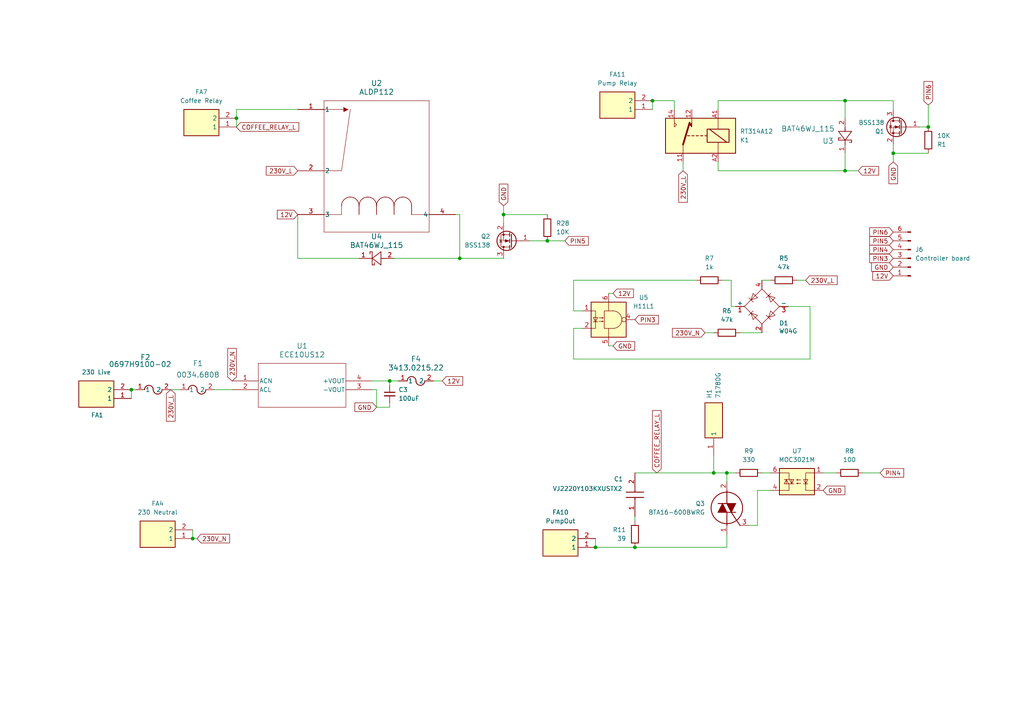
<source format=kicad_sch>
(kicad_sch (version 20250114) (generator "eeschema") (generator_version "9.0")
  (paper "A4")
  (lib_symbols
    (symbol "0034-6808:0034.6808" (pin_names (offset 0.254))
      (property "Reference" "F" (at 5.08 3.175 0))
      (property "Value" "0034.6808" (at 5.08 -3.175 0))
      (symbol "0034.6808_1_1"
        (arc (start 2.54 0) (mid 3.81 1.2645) (end 5.08 0) (stroke (width 0.254)))
        (arc (start 7.62 0) (mid 6.35 -1.2645) (end 5.08 0) (stroke (width 0.254)))
        (pin unspecified line (at 0 0 0) (length 2.54) (name "1") (number "1"))
        (pin unspecified line (at 10.16 0 180) (length 2.54) (name "2") (number "2"))
      )
      (symbol "0034.6808_1_2"
        (arc (start 0 7.62) (mid 1.2645 6.35) (end 0 5.08) (stroke (width 0.254)))
        (arc (start 0 2.54) (mid -1.2645 3.81) (end 0 5.08) (stroke (width 0.254)))
        (pin unspecified line (at 0 10.16 270) (length 2.54) (name "2") (number "2"))
        (pin unspecified line (at 0 0 90) (length 2.54) (name "1") (number "1"))
      )
    )
    (symbol "0697H9100-02:0697H9100-02" (pin_names (offset 0.254))
      (property "Reference" "F" (at 5.08 3.175 0))
      (property "Value" "0697H9100-02" (at 5.08 -3.175 0))
      (symbol "0697H9100-02_1_1"
        (arc (start 2.54 0) (mid 3.81 1.2645) (end 5.08 0) (stroke (width 0.254)))
        (arc (start 7.62 0) (mid 6.35 -1.2645) (end 5.08 0) (stroke (width 0.254)))
        (pin unspecified line (at 0 0 0) (length 2.54) (name "1") (number "1"))
        (pin unspecified line (at 10.16 0 180) (length 2.54) (name "2") (number "2"))
      )
      (symbol "0697H9100-02_1_2"
        (arc (start 0 7.62) (mid 1.2645 6.35) (end 0 5.08) (stroke (width 0.254)))
        (arc (start 0 2.54) (mid -1.2645 3.81) (end 0 5.08) (stroke (width 0.254)))
        (pin unspecified line (at 0 10.16 270) (length 2.54) (name "2") (number "2"))
        (pin unspecified line (at 0 0 90) (length 2.54) (name "1") (number "1"))
      )
    )
    (symbol "160650-2:160650-2"
      (property "Reference" "J" (at 16.51 7.62 0))
      (property "Value" "160650-2" (at 16.51 5.08 0))
      (symbol "160650-2_1_1"
        (rectangle (start 5.08 2.54) (end 15.24 -5.08) (stroke (width 0.254)) (fill (type background)))
        (pin passive line (at 0 0 0) (length 5.08) (name "1") (number "1"))
        (pin passive line (at 0 -2.54 0) (length 5.08) (name "2") (number "2"))
      )
    )
    (symbol "3413-0215-22:3413.0215.22" (pin_names (offset 0.254))
      (property "Reference" "F" (at 5.08 3.175 0))
      (property "Value" "3413.0215.22" (at 5.08 -3.175 0))
      (symbol "3413.0215.22_1_1"
        (arc (start 2.54 0) (mid 3.81 1.2645) (end 5.08 0) (stroke (width 0.254)))
        (arc (start 7.62 0) (mid 6.35 -1.2645) (end 5.08 0) (stroke (width 0.254)))
        (pin unspecified line (at 0 0 0) (length 2.54) (name "1") (number "1"))
        (pin unspecified line (at 10.16 0 180) (length 2.54) (name "2") (number "2"))
      )
      (symbol "3413.0215.22_1_2"
        (arc (start 0 7.62) (mid 1.2645 6.35) (end 0 5.08) (stroke (width 0.254)))
        (arc (start 0 2.54) (mid -1.2645 3.81) (end 0 5.08) (stroke (width 0.254)))
        (pin unspecified line (at 0 10.16 270) (length 2.54) (name "2") (number "2"))
        (pin unspecified line (at 0 0 90) (length 2.54) (name "1") (number "1"))
      )
    )
    (symbol "7178DG:7178DG"
      (property "Reference" "H" (at 16.51 7.62 0))
      (property "Value" "7178DG" (at 16.51 5.08 0))
      (symbol "7178DG_1_1"
        (rectangle (start 5.08 2.54) (end 15.24 -2.54) (stroke (width 0.254)) (fill (type background)))
        (pin passive line (at 0 0 0) (length 5.08) (name "1") (number "1"))
      )
    )
    (symbol "ALDP112:ALDP112" (pin_names (offset 0.254))
      (property "Reference" "U" (at 22.86 12.7 0))
      (property "Value" "ALDP112" (at 22.86 7.62 0))
      (symbol "ALDP112_0_1"
        (polyline (pts (xy 7.62 2.54) (xy 7.62 -35.56)) (stroke (width 0.127)))
        (polyline (pts (xy 7.62 0) (xy 12.7 0)) (stroke (width 0.127)))
        (polyline (pts (xy 7.62 -35.56) (xy 38.1 -35.56)) (stroke (width 0.127)))
        (polyline (pts (xy 12.7 0) (xy 13.9689 -0.0056)) (stroke (width 0.127)))
        (polyline (pts (xy 12.7 -17.78) (xy 7.62 -17.78)) (stroke (width 0.127)))
        (polyline (pts (xy 12.7 -17.78) (xy 15.24 0)) (stroke (width 0.127)))
        (polyline (pts (xy 12.7 -27.94) (xy 12.7 -30.48)) (stroke (width 0.127)))
        (polyline (pts (xy 12.7 -30.48) (xy 7.62 -30.48)) (stroke (width 0.127)))
        (polyline (pts (xy 13.335 0.635) (xy 13.335 -0.635) (xy 14.605 0)) (fill (type outline)))
        (arc (start 12.7 -27.94) (mid 15.24 -25.411) (end 17.78 -27.94) (stroke (width 0.127)))
        (arc (start 12.7 -27.94) (mid 15.24 -25.411) (end 17.78 -27.94) (stroke (width 0.127)))
        (polyline (pts (xy 17.78 -27.94) (xy 17.78 -30.48)) (stroke (width 0.127)))
        (polyline (pts (xy 17.78 -27.94) (xy 17.78 -30.48)) (stroke (width 0.127)))
        (arc (start 17.78 -27.94) (mid 20.32 -25.411) (end 22.86 -27.94) (stroke (width 0.127)))
        (arc (start 17.78 -27.94) (mid 20.32 -25.411) (end 22.86 -27.94) (stroke (width 0.127)))
        (polyline (pts (xy 22.86 -27.94) (xy 22.86 -30.48)) (stroke (width 0.127)))
        (polyline (pts (xy 22.86 -27.94) (xy 22.86 -30.48)) (stroke (width 0.127)))
        (arc (start 22.86 -27.94) (mid 25.4 -25.411) (end 27.94 -27.94) (stroke (width 0.127)))
        (arc (start 22.86 -27.94) (mid 25.4 -25.411) (end 27.94 -27.94) (stroke (width 0.127)))
        (polyline (pts (xy 27.94 -27.94) (xy 27.94 -30.48)) (stroke (width 0.127)))
        (polyline (pts (xy 27.94 -27.94) (xy 27.94 -30.48)) (stroke (width 0.127)))
        (arc (start 27.94 -27.94) (mid 30.48 -25.411) (end 33.02 -27.94) (stroke (width 0.127)))
        (arc (start 27.94 -27.94) (mid 30.48 -25.411) (end 33.02 -27.94) (stroke (width 0.127)))
        (polyline (pts (xy 33.02 -27.94) (xy 33.02 -30.48)) (stroke (width 0.127)))
        (polyline (pts (xy 33.02 -27.94) (xy 33.02 -30.48)) (stroke (width 0.127)))
        (polyline (pts (xy 38.1 2.54) (xy 7.62 2.54)) (stroke (width 0.127)))
        (polyline (pts (xy 38.1 -30.48) (xy 33.02 -30.48)) (stroke (width 0.127)))
        (polyline (pts (xy 38.1 -35.56) (xy 38.1 2.54)) (stroke (width 0.127)))
        (pin unspecified line (at 0 0 0) (length 7.62) (name "1") (number "1"))
        (pin unspecified line (at 0 -17.78 0) (length 7.62) (name "2") (number "2"))
        (pin unspecified line (at 0 -30.48 0) (length 7.62) (name "3") (number "3"))
        (pin unspecified line (at 45.72 -30.48 180) (length 7.62) (name "4") (number "4"))
      )
    )
    (symbol "BAT16-600b:BTA16-600BWRG" (pin_names (hide yes))
      (property "Reference" "Q" (at 13.97 -2.54 0))
      (property "Value" "BTA16-600BWRG" (at 13.97 -5.08 0))
      (symbol "BTA16-600BWRG_1_1"
        (polyline (pts (xy 6.35 0) (xy 2.54 0)) (stroke (width 0.254)))
        (polyline (pts (xy 6.35 0) (xy 6.35 2.54)) (stroke (width 0.254)))
        (polyline (pts (xy 6.35 -2.54) (xy 6.35 0) (xy 8.89 -1.27) (xy 6.35 -2.54)) (stroke (width 0.254)) (fill (type outline)))
        (circle (center 7.62 0) (radius 4.572) (stroke (width 0.254)))
        (polyline (pts (xy 8.89 2.54) (xy 8.89 0) (xy 6.35 1.27) (xy 8.89 2.54)) (stroke (width 0.254)) (fill (type outline)))
        (polyline (pts (xy 8.89 0) (xy 8.89 -2.54)) (stroke (width 0.254)))
        (polyline (pts (xy 8.89 0) (xy 12.7 0)) (stroke (width 0.254)))
        (polyline (pts (xy 8.89 -1.27) (xy 12.7 -3.81)) (stroke (width 0.254)))
        (pin passive line (at 0 0 0) (length 2.54) (name "A2") (number "2"))
        (pin passive line (at 12.7 -6.35 90) (length 2.54) (name "G") (number "3"))
        (pin passive line (at 15.24 0 180) (length 2.54) (name "A1") (number "1"))
      )
    )
    (symbol "BAT46WJ-115:BAT46WJ_115" (pin_names (offset 0.254))
      (property "Reference" "U" (at 5.08 4.445 0))
      (property "Value" "BAT46WJ_115" (at 5.08 -3.81 0))
      (symbol "BAT46WJ_115_1_1"
        (polyline (pts (xy 2.54 0) (xy 3.4798 0)) (stroke (width 0.2032)))
        (polyline (pts (xy 3.175 0) (xy 3.81 0)) (stroke (width 0.2032)))
        (polyline (pts (xy 3.81 1.905) (xy 3.81 -1.905)) (stroke (width 0.2032)))
        (polyline (pts (xy 3.81 -1.905) (xy 6.35 0)) (stroke (width 0.2032)))
        (polyline (pts (xy 5.715 1.905) (xy 5.715 1.27)) (stroke (width 0.2032)))
        (polyline (pts (xy 5.715 1.905) (xy 6.35 1.905)) (stroke (width 0.2032)))
        (polyline (pts (xy 6.35 0) (xy 3.81 1.905)) (stroke (width 0.2032)))
        (polyline (pts (xy 6.35 0) (xy 7.62 0)) (stroke (width 0.2032)))
        (polyline (pts (xy 6.35 -1.905) (xy 6.35 1.905)) (stroke (width 0.2032)))
        (polyline (pts (xy 6.985 -1.905) (xy 6.35 -1.905)) (stroke (width 0.2032)))
        (polyline (pts (xy 6.985 -1.905) (xy 6.985 -1.27)) (stroke (width 0.2032)))
        (pin unspecified line (at 0 0 0) (length 2.54) (name "") (number "2"))
        (pin unspecified line (at 10.16 0 180) (length 2.54) (name "") (number "1"))
      )
      (symbol "BAT46WJ_115_1_2"
        (polyline (pts (xy -1.905 6.35) (xy -1.905 5.715)) (stroke (width 0.2032)))
        (polyline (pts (xy -1.905 5.715) (xy -1.5875 5.715)) (stroke (width 0.2032)))
        (polyline (pts (xy -1.905 3.81) (xy 1.905 3.81)) (stroke (width 0.2032)))
        (polyline (pts (xy 0 6.35) (xy -1.905 3.81)) (stroke (width 0.2032)))
        (polyline (pts (xy 0 6.35) (xy 0 7.62)) (stroke (width 0.2032)))
        (polyline (pts (xy 0 3.175) (xy 0 3.81)) (stroke (width 0.2032)))
        (polyline (pts (xy 0 2.54) (xy 0 3.4798)) (stroke (width 0.2032)))
        (polyline (pts (xy 1.905 6.985) (xy 1.5875 6.985)) (stroke (width 0.2032)))
        (polyline (pts (xy 1.905 6.35) (xy -1.905 6.35)) (stroke (width 0.2032)))
        (polyline (pts (xy 1.905 6.35) (xy 1.905 6.985)) (stroke (width 0.2032)))
        (polyline (pts (xy 1.905 3.81) (xy 0 6.35)) (stroke (width 0.2032)))
        (pin unspecified line (at 0 10.16 270) (length 2.54) (name "") (number "1"))
        (pin unspecified line (at 0 0 90) (length 2.54) (name "") (number "2"))
      )
    )
    (symbol "Connector:Conn_01x06_Pin" (pin_names (offset 1.016) (hide yes))
      (property "Reference" "J" (at 0 7.62 0))
      (property "Value" "Conn_01x06_Pin" (at 0 -10.16 0))
      (symbol "Conn_01x06_Pin_1_1"
        (rectangle (start 0.8636 5.207) (end 0 4.953) (stroke (width 0.1524)) (fill (type outline)))
        (rectangle (start 0.8636 2.667) (end 0 2.413) (stroke (width 0.1524)) (fill (type outline)))
        (rectangle (start 0.8636 0.127) (end 0 -0.127) (stroke (width 0.1524)) (fill (type outline)))
        (rectangle (start 0.8636 -2.413) (end 0 -2.667) (stroke (width 0.1524)) (fill (type outline)))
        (rectangle (start 0.8636 -4.953) (end 0 -5.207) (stroke (width 0.1524)) (fill (type outline)))
        (rectangle (start 0.8636 -7.493) (end 0 -7.747) (stroke (width 0.1524)) (fill (type outline)))
        (polyline (pts (xy 1.27 5.08) (xy 0.8636 5.08)) (stroke (width 0.1524)))
        (polyline (pts (xy 1.27 2.54) (xy 0.8636 2.54)) (stroke (width 0.1524)))
        (polyline (pts (xy 1.27 0) (xy 0.8636 0)) (stroke (width 0.1524)))
        (polyline (pts (xy 1.27 -2.54) (xy 0.8636 -2.54)) (stroke (width 0.1524)))
        (polyline (pts (xy 1.27 -5.08) (xy 0.8636 -5.08)) (stroke (width 0.1524)))
        (polyline (pts (xy 1.27 -7.62) (xy 0.8636 -7.62)) (stroke (width 0.1524)))
        (pin passive line (at 5.08 5.08 180) (length 3.81) (name "Pin_1") (number "1"))
        (pin passive line (at 5.08 2.54 180) (length 3.81) (name "Pin_2") (number "2"))
        (pin passive line (at 5.08 0 180) (length 3.81) (name "Pin_3") (number "3"))
        (pin passive line (at 5.08 -2.54 180) (length 3.81) (name "Pin_4") (number "4"))
        (pin passive line (at 5.08 -5.08 180) (length 3.81) (name "Pin_5") (number "5"))
        (pin passive line (at 5.08 -7.62 180) (length 3.81) (name "Pin_6") (number "6"))
      )
    )
    (symbol "Device:C_Small" (pin_numbers (hide yes)) (pin_names (offset 0.254) (hide yes))
      (property "Reference" "C" (at 0.254 1.778 0))
      (property "Value" "C_Small" (at 0.254 -2.032 0))
      (symbol "C_Small_0_1"
        (polyline (pts (xy -1.524 0.508) (xy 1.524 0.508)) (stroke (width 0.3048)))
        (polyline (pts (xy -1.524 -0.508) (xy 1.524 -0.508)) (stroke (width 0.3302)))
      )
      (symbol "C_Small_1_1"
        (pin passive line (at 0 2.54 270) (length 2.032) (name "~") (number "1"))
        (pin passive line (at 0 -2.54 90) (length 2.032) (name "~") (number "2"))
      )
    )
    (symbol "Device:R" (pin_numbers (hide yes)) (pin_names (offset 0))
      (property "Reference" "R" (at 2.032 0 90))
      (property "Value" "R" (at 0 0 90))
      (symbol "R_0_1"
        (rectangle (start -1.016 -2.54) (end 1.016 2.54) (stroke (width 0.254)))
      )
      (symbol "R_1_1"
        (pin passive line (at 0 3.81 270) (length 1.27) (name "~") (number "1"))
        (pin passive line (at 0 -3.81 90) (length 1.27) (name "~") (number "2"))
      )
    )
    (symbol "Diode_Bridge:W04G" (pin_names (offset 0))
      (property "Reference" "D" (at 2.54 6.985 0))
      (property "Value" "W04G" (at 2.54 5.08 0))
      (symbol "W04G_0_1"
        (polyline (pts (xy -5.08 0) (xy 0 -5.08) (xy 5.08 0) (xy 0 5.08) (xy -5.08 0)))
        (polyline (pts (xy -3.81 2.54) (xy -2.54 1.27) (xy -1.905 3.175) (xy -3.81 2.54)))
        (polyline (pts (xy -2.54 3.81) (xy -1.27 2.54)))
        (polyline (pts (xy -2.54 -1.27) (xy -3.81 -2.54) (xy -1.905 -3.175) (xy -2.54 -1.27)))
        (polyline (pts (xy -1.27 -2.54) (xy -2.54 -3.81)))
        (polyline (pts (xy 1.27 2.54) (xy 2.54 3.81) (xy 3.175 1.905) (xy 1.27 2.54)))
        (polyline (pts (xy 2.54 1.27) (xy 3.81 2.54)))
        (polyline (pts (xy 2.54 -1.27) (xy 3.81 -2.54)))
        (polyline (pts (xy 3.175 -1.905) (xy 1.27 -2.54) (xy 2.54 -3.81) (xy 3.175 -1.905)))
      )
      (symbol "W04G_1_1"
        (pin passive line (at -7.62 0 0) (length 2.54) (name "-") (number "3"))
        (pin passive line (at 0 7.62 270) (length 2.54) (name "~") (number "4"))
        (pin passive line (at 0 -7.62 90) (length 2.54) (name "~") (number "2"))
        (pin passive line (at 7.62 0 180) (length 2.54) (name "+") (number "1"))
      )
    )
    (symbol "ECE10US:ECE10US05" (pin_names (offset 0.254))
      (property "Reference" "U" (at 20.32 10.16 0))
      (property "Value" "ECE10US05" (at 20.32 7.62 0))
      (symbol "ECE10US05_0_1"
        (polyline (pts (xy 7.62 5.08) (xy 7.62 -7.62)) (stroke (width 0.127)))
        (polyline (pts (xy 7.62 -7.62) (xy 33.02 -7.62)) (stroke (width 0.127)))
        (polyline (pts (xy 33.02 5.08) (xy 7.62 5.08)) (stroke (width 0.127)))
        (polyline (pts (xy 33.02 -7.62) (xy 33.02 5.08)) (stroke (width 0.127)))
        (pin unspecified line (at 0 0 0) (length 7.62) (name "ACN") (number "1"))
        (pin unspecified line (at 0 -2.54 0) (length 7.62) (name "ACL") (number "2"))
        (pin output line (at 40.64 0 180) (length 7.62) (name "+VOUT") (number "4"))
        (pin output line (at 40.64 -2.54 180) (length 7.62) (name "-VOUT") (number "3"))
      )
    )
    (symbol "Isolator:H11L1" (pin_names (offset 1.016))
      (property "Reference" "U" (at 1.27 8.89 0))
      (property "Value" "H11L1" (at 1.27 6.35 0))
      (symbol "H11L1_0_1"
        (rectangle (start -5.08 5.08) (end 5.08 -5.08) (stroke (width 0.254)) (fill (type background)))
        (polyline (pts (xy -5.08 -2.54) (xy -3.81 -2.54) (xy -3.81 2.54) (xy -5.08 2.54)))
        (polyline (pts (xy -4.445 -0.635) (xy -3.175 -0.635)))
        (polyline (pts (xy -3.81 -0.635) (xy -4.445 0.635) (xy -3.175 0.635) (xy -3.81 -0.635)))
        (polyline (pts (xy -2.794 0.508) (xy -1.524 0.508) (xy -1.905 0.381) (xy -1.905 0.635) (xy -1.524 0.508)))
        (polyline (pts (xy -2.794 -0.508) (xy -1.524 -0.508) (xy -1.905 -0.635) (xy -1.905 -0.381) (xy -1.524 -0.508)))
        (polyline (pts (xy 0 2.54) (xy 0 5.08)))
        (polyline (pts (xy 0 -2.54) (xy 0 -5.08) (xy 0 -3.81)))
        (arc (start 1.27 2.54) (mid 3.799 0) (end 1.27 -2.54))
        (polyline (pts (xy 1.27 -2.54) (xy -1.27 -2.54) (xy -1.27 2.54) (xy 1.27 2.54)))
      )
      (symbol "H11L1_1_1"
        (pin passive line (at -7.62 2.54 0) (length 2.54) (name "~") (number "1"))
        (pin passive line (at -7.62 -2.54 0) (length 2.54) (name "~") (number "2"))
        (pin no_connect line (at -5.08 0 0) (length 2.54) (hide yes) (name "~") (number "3"))
        (pin power_in line (at 0 7.62 270) (length 2.54) (name "~") (number "6"))
        (pin power_in line (at 0 -7.62 90) (length 2.54) (name "~") (number "5"))
        (pin output inverted (at 7.62 0 180) (length 3.81) (name "~") (number "4"))
      )
    )
    (symbol "Relay:RT314A12"
      (property "Reference" "K" (at 11.43 3.81 0))
      (property "Value" "RT314A12" (at 11.43 1.27 0))
      (symbol "RT314A12_0_0"
        (polyline (pts (xy -2.54 1.905) (xy -7.62 -1.905)) (stroke (width 0.254)))
      )
      (symbol "RT314A12_0_1"
        (rectangle (start -10.16 5.08) (end 10.16 -5.08) (stroke (width 0.254)) (fill (type background)))
        (rectangle (start -8.255 1.905) (end -1.905 -1.905) (stroke (width 0.254)))
        (polyline (pts (xy -5.08 5.08) (xy -5.08 1.905)))
        (polyline (pts (xy -5.08 -5.08) (xy -5.08 -1.905)))
        (polyline (pts (xy -1.905 0) (xy -1.27 0)) (stroke (width 0.254)))
        (polyline (pts (xy -0.635 0) (xy 0 0)) (stroke (width 0.254)))
        (polyline (pts (xy 0.635 0) (xy 1.27 0)) (stroke (width 0.254)))
        (polyline (pts (xy 1.905 0) (xy 2.54 0)) (stroke (width 0.254)))
        (polyline (pts (xy 2.54 5.08) (xy 2.54 2.54) (xy 3.175 3.175) (xy 2.54 3.81)) (fill (type outline)))
        (polyline (pts (xy 3.175 0) (xy 3.81 0)) (stroke (width 0.254)))
        (polyline (pts (xy 5.08 -2.54) (xy 3.175 3.81)) (stroke (width 0.508)))
        (polyline (pts (xy 5.08 -2.54) (xy 5.08 -5.08)))
        (polyline (pts (xy 7.62 5.08) (xy 7.62 2.54) (xy 6.985 3.175) (xy 7.62 3.81)))
      )
      (symbol "RT314A12_1_1"
        (pin passive line (at -5.08 7.62 270) (length 2.54) (name "~") (number "A1"))
        (pin passive line (at -5.08 -7.62 90) (length 2.54) (name "~") (number "A2"))
        (pin passive line (at 2.54 7.62 270) (length 2.54) (name "~") (number "12"))
        (pin passive line (at 5.08 -7.62 90) (length 2.54) (name "~") (number "11"))
        (pin passive line (at 7.62 7.62 270) (length 2.54) (name "~") (number "14"))
      )
    )
    (symbol "Relay_SolidState:MOC3021M"
      (property "Reference" "U" (at -5.334 4.826 0))
      (property "Value" "MOC3021M" (at 0 5.08 0))
      (symbol "MOC3021M_0_1"
        (rectangle (start -5.08 3.81) (end 5.08 -3.81) (stroke (width 0.254)) (fill (type background)))
        (polyline (pts (xy -5.08 2.54) (xy -2.54 2.54) (xy -2.54 -2.54) (xy -5.08 -2.54)))
        (polyline (pts (xy -3.175 -0.635) (xy -1.905 -0.635)))
        (polyline (pts (xy -2.54 -0.635) (xy -3.175 0.635) (xy -1.905 0.635) (xy -2.54 -0.635)))
        (polyline (pts (xy -1.143 0.508) (xy 0.127 0.508) (xy -0.254 0.381) (xy -0.254 0.635) (xy 0.127 0.508)))
        (polyline (pts (xy -1.143 -0.508) (xy 0.127 -0.508) (xy -0.254 -0.635) (xy -0.254 -0.381) (xy 0.127 -0.508)))
        (polyline (pts (xy 0.889 -0.635) (xy 3.683 -0.635) (xy 3.048 0.635) (xy 2.413 -0.635)))
        (polyline (pts (xy 1.524 -0.635) (xy 1.524 0.635)))
        (polyline (pts (xy 2.286 0.635) (xy 2.286 2.54) (xy 5.08 2.54)))
        (polyline (pts (xy 2.286 -0.635) (xy 2.286 -2.54) (xy 5.08 -2.54)))
        (polyline (pts (xy 3.048 0.635) (xy 3.048 -0.635)))
        (polyline (pts (xy 3.683 0.635) (xy 0.889 0.635) (xy 1.524 -0.635) (xy 2.159 0.635)))
      )
      (symbol "MOC3021M_1_1"
        (pin passive line (at -7.62 2.54 0) (length 2.54) (name "~") (number "1"))
        (pin passive line (at -7.62 -2.54 0) (length 2.54) (name "~") (number "2"))
        (pin no_connect line (at -5.08 0 0) (length 2.54) (hide yes) (name "NC") (number "3"))
        (pin no_connect line (at 5.08 0 180) (length 2.54) (hide yes) (name "NC") (number "5"))
        (pin passive line (at 7.62 2.54 180) (length 2.54) (name "~") (number "6"))
        (pin passive line (at 7.62 -2.54 180) (length 2.54) (name "~") (number "4"))
      )
    )
    (symbol "Transistor_FET:BSS138" (pin_names (offset 0) (hide yes))
      (property "Reference" "Q" (at 5.08 1.905 0))
      (property "Value" "BSS138" (at 5.08 0 0))
      (symbol "BSS138_0_1"
        (polyline (pts (xy 0.254 1.905) (xy 0.254 -1.905)) (stroke (width 0.254)))
        (polyline (pts (xy 0.254 0) (xy -2.54 0)))
        (polyline (pts (xy 0.762 2.286) (xy 0.762 1.27)) (stroke (width 0.254)))
        (polyline (pts (xy 0.762 0.508) (xy 0.762 -0.508)) (stroke (width 0.254)))
        (polyline (pts (xy 0.762 -1.27) (xy 0.762 -2.286)) (stroke (width 0.254)))
        (polyline (pts (xy 0.762 -1.778) (xy 3.302 -1.778) (xy 3.302 1.778) (xy 0.762 1.778)))
        (polyline (pts (xy 1.016 0) (xy 2.032 0.381) (xy 2.032 -0.381) (xy 1.016 0)) (fill (type outline)))
        (circle (center 1.651 0) (radius 2.794) (stroke (width 0.254)))
        (polyline (pts (xy 2.54 2.54) (xy 2.54 1.778)))
        (circle (center 2.54 1.778) (radius 0.254) (fill (type outline)))
        (circle (center 2.54 -1.778) (radius 0.254) (fill (type outline)))
        (polyline (pts (xy 2.54 -2.54) (xy 2.54 0) (xy 0.762 0)))
        (polyline (pts (xy 2.921 0.381) (xy 3.683 0.381)))
        (polyline (pts (xy 3.302 0.381) (xy 2.921 -0.254) (xy 3.683 -0.254) (xy 3.302 0.381)))
      )
      (symbol "BSS138_1_1"
        (pin input line (at -5.08 0 0) (length 2.54) (name "G") (number "1"))
        (pin passive line (at 2.54 5.08 270) (length 2.54) (name "D") (number "3"))
        (pin passive line (at 2.54 -5.08 90) (length 2.54) (name "S") (number "2"))
      )
    )
    (symbol "VJ2220Y103KXUSTX2:VJ2220Y103KXUSTX2" (pin_names (hide yes))
      (property "Reference" "C" (at 8.89 6.35 0))
      (property "Value" "VJ2220Y103KXUSTX2" (at 8.89 3.81 0))
      (symbol "VJ2220Y103KXUSTX2_1_1"
        (polyline (pts (xy 5.08 0) (xy 5.588 0)) (stroke (width 0.254)))
        (polyline (pts (xy 5.588 2.54) (xy 5.588 -2.54)) (stroke (width 0.254)))
        (polyline (pts (xy 7.112 2.54) (xy 7.112 -2.54)) (stroke (width 0.254)))
        (polyline (pts (xy 7.112 0) (xy 7.62 0)) (stroke (width 0.254)))
        (pin passive line (at 0 0 0) (length 5.08) (name "1") (number "1"))
        (pin passive line (at 12.7 0 180) (length 5.08) (name "2") (number "2"))
      )
    )
  )
  (junction (at 113.03 110.49))
  (junction (at 158.75 69.85))
  (junction (at 245.11 29.21))
  (junction (at 172.72 158.75))
  (junction (at 55.88 156.21))
  (junction (at 189.23 29.21))
  (junction (at 184.15 158.75))
  (junction (at 259.08 44.45))
  (junction (at 68.58 34.29))
  (junction (at 38.1 113.03))
  (junction (at 269.24 36.83))
  (junction (at 210.82 137.16))
  (junction (at 146.05 62.23))
  (junction (at 133.35 74.93))
  (junction (at 207.01 137.16))
  (junction (at 245.11 49.53))
  (wire (pts (xy 49.53 113.03) (xy 52.07 113.03)))
  (wire (pts (xy 217.17 152.4) (xy 219.71 152.4)))
  (wire (pts (xy 146.05 62.23) (xy 146.05 64.77)))
  (wire (pts (xy 133.35 74.93) (xy 133.35 62.23)))
  (wire (pts (xy 231.14 81.28) (xy 233.68 81.28)))
  (wire (pts (xy 250.19 137.16) (xy 255.27 137.16)))
  (wire (pts (xy 198.12 49.53) (xy 198.12 46.99)))
  (wire (pts (xy 245.11 29.21) (xy 208.28 29.21)))
  (wire (pts (xy 166.37 104.14) (xy 234.95 104.14)))
  (wire (pts (xy 114.3 74.93) (xy 133.35 74.93)))
  (wire (pts (xy 245.11 49.53) (xy 248.92 49.53)))
  (wire (pts (xy 245.11 34.29) (xy 245.11 29.21)))
  (wire (pts (xy 207.01 132.08) (xy 207.01 137.16)))
  (wire (pts (xy 113.03 118.11) (xy 113.03 116.84)))
  (wire (pts (xy 158.75 62.23) (xy 146.05 62.23)))
  (wire (pts (xy 177.8 100.33) (xy 176.53 100.33)))
  (wire (pts (xy 266.7 36.83) (xy 269.24 36.83)))
  (wire (pts (xy 184.15 158.75) (xy 210.82 158.75)))
  (wire (pts (xy 68.58 31.75) (xy 68.58 34.29)))
  (wire (pts (xy 234.95 88.9) (xy 228.6 88.9)))
  (wire (pts (xy 166.37 81.28) (xy 201.93 81.28)))
  (wire (pts (xy 219.71 152.4) (xy 219.71 142.24)))
  (wire (pts (xy 184.15 137.16) (xy 207.01 137.16)))
  (wire (pts (xy 259.08 44.45) (xy 259.08 41.91)))
  (wire (pts (xy 212.09 88.9) (xy 213.36 88.9)))
  (wire (pts (xy 128.27 110.49) (xy 125.73 110.49)))
  (wire (pts (xy 68.58 34.29) (xy 68.58 36.83)))
  (wire (pts (xy 166.37 90.17) (xy 168.91 90.17)))
  (wire (pts (xy 133.35 62.23) (xy 132.08 62.23)))
  (wire (pts (xy 259.08 46.99) (xy 259.08 44.45)))
  (wire (pts (xy 208.28 49.53) (xy 208.28 46.99)))
  (wire (pts (xy 210.82 137.16) (xy 210.82 139.7)))
  (wire (pts (xy 38.1 113.03) (xy 39.37 113.03)))
  (wire (pts (xy 172.72 158.75) (xy 184.15 158.75)))
  (wire (pts (xy 166.37 81.28) (xy 166.37 90.17)))
  (wire (pts (xy 204.47 96.52) (xy 207.01 96.52)))
  (wire (pts (xy 195.58 31.75) (xy 195.58 29.21)))
  (wire (pts (xy 153.67 69.85) (xy 158.75 69.85)))
  (wire (pts (xy 220.98 96.52) (xy 214.63 96.52)))
  (wire (pts (xy 113.03 110.49) (xy 113.03 111.76)))
  (wire (pts (xy 208.28 49.53) (xy 245.11 49.53)))
  (wire (pts (xy 223.52 81.28) (xy 220.98 81.28)))
  (wire (pts (xy 55.88 153.67) (xy 55.88 156.21)))
  (wire (pts (xy 146.05 74.93) (xy 133.35 74.93)))
  (wire (pts (xy 259.08 44.45) (xy 269.24 44.45)))
  (wire (pts (xy 176.53 85.09) (xy 177.8 85.09)))
  (wire (pts (xy 172.72 156.21) (xy 172.72 158.75)))
  (wire (pts (xy 38.1 113.03) (xy 38.1 115.57)))
  (wire (pts (xy 212.09 81.28) (xy 212.09 88.9)))
  (wire (pts (xy 166.37 95.25) (xy 166.37 104.14)))
  (wire (pts (xy 104.14 74.93) (xy 86.36 74.93)))
  (wire (pts (xy 189.23 29.21) (xy 189.23 31.75)))
  (wire (pts (xy 158.75 69.85) (xy 163.83 69.85)))
  (wire (pts (xy 208.28 29.21) (xy 208.28 31.75)))
  (wire (pts (xy 107.95 110.49) (xy 113.03 110.49)))
  (wire (pts (xy 210.82 137.16) (xy 213.36 137.16)))
  (wire (pts (xy 113.03 110.49) (xy 115.57 110.49)))
  (wire (pts (xy 109.22 118.11) (xy 113.03 118.11)))
  (wire (pts (xy 57.15 156.21) (xy 55.88 156.21)))
  (wire (pts (xy 166.37 95.25) (xy 168.91 95.25)))
  (wire (pts (xy 234.95 104.14) (xy 234.95 88.9)))
  (wire (pts (xy 109.22 113.03) (xy 107.95 113.03)))
  (wire (pts (xy 212.09 81.28) (xy 209.55 81.28)))
  (wire (pts (xy 259.08 29.21) (xy 245.11 29.21)))
  (wire (pts (xy 245.11 49.53) (xy 245.11 44.45)))
  (wire (pts (xy 86.36 31.75) (xy 68.58 31.75)))
  (wire (pts (xy 269.24 36.83) (xy 269.24 30.48)))
  (wire (pts (xy 86.36 74.93) (xy 86.36 62.23)))
  (wire (pts (xy 207.01 137.16) (xy 210.82 137.16)))
  (wire (pts (xy 219.71 142.24) (xy 223.52 142.24)))
  (wire (pts (xy 62.23 113.03) (xy 67.31 113.03)))
  (wire (pts (xy 184.15 149.86) (xy 184.15 151.13)))
  (wire (pts (xy 259.08 29.21) (xy 259.08 31.75)))
  (wire (pts (xy 109.22 118.11) (xy 109.22 113.03)))
  (wire (pts (xy 210.82 158.75) (xy 210.82 154.94)))
  (wire (pts (xy 189.23 29.21) (xy 195.58 29.21)))
  (wire (pts (xy 238.76 137.16) (xy 242.57 137.16)))
  (wire (pts (xy 146.05 59.69) (xy 146.05 62.23)))
  (wire (pts (xy 220.98 137.16) (xy 223.52 137.16)))
  (global_label "230V_L" (shape input) (at 49.53 113.03 270) (property "Intersheetrefs" "${INTERSHEET_REFS}" (effects (hide yes))))
  (global_label "12V" (shape input) (at 177.8 85.09 0) (property "Intersheetrefs" "${INTERSHEET_REFS}" (effects (hide yes))))
  (global_label "GND" (shape input) (at 177.8 100.33 0) (property "Intersheetrefs" "${INTERSHEET_REFS}" (effects (hide yes))))
  (global_label "12V" (shape input) (at 128.27 110.49 0) (property "Intersheetrefs" "${INTERSHEET_REFS}" (effects (hide yes))))
  (global_label "GND" (shape input) (at 259.08 46.99 270) (property "Intersheetrefs" "${INTERSHEET_REFS}" (effects (hide yes))))
  (global_label "12V" (shape input) (at 248.92 49.53 0) (property "Intersheetrefs" "${INTERSHEET_REFS}" (effects (hide yes))))
  (global_label "12V" (shape input) (at 259.08 80.01 180) (property "Intersheetrefs" "${INTERSHEET_REFS}" (effects (hide yes))))
  (global_label "GND" (shape input) (at 109.22 118.11 180) (property "Intersheetrefs" "${INTERSHEET_REFS}" (effects (hide yes))))
  (global_label "12V" (shape input) (at 86.36 62.23 180) (property "Intersheetrefs" "${INTERSHEET_REFS}" (effects (hide yes))))
  (global_label "230V_L" (shape input) (at 233.68 81.28 0) (property "Intersheetrefs" "${INTERSHEET_REFS}" (effects (hide yes))))
  (global_label "GND" (shape input) (at 238.76 142.24 0) (property "Intersheetrefs" "${INTERSHEET_REFS}" (effects (hide yes))))
  (global_label "PIN4" (shape input) (at 259.08 72.39 180) (property "Intersheetrefs" "${INTERSHEET_REFS}" (effects (hide yes))))
  (global_label "COFFEE_RELAY_L" (shape input) (at 190.5 137.16 90) (property "Intersheetrefs" "${INTERSHEET_REFS}" (effects (hide yes))))
  (global_label "GND" (shape input) (at 146.05 59.69 90) (property "Intersheetrefs" "${INTERSHEET_REFS}" (effects (hide yes))))
  (global_label "PIN6" (shape input) (at 269.24 30.48 90) (property "Intersheetrefs" "${INTERSHEET_REFS}" (effects (hide yes))))
  (global_label "COFFEE_RELAY_L" (shape input) (at 68.58 36.83 0) (property "Intersheetrefs" "${INTERSHEET_REFS}" (effects (hide yes))))
  (global_label "230V_N" (shape input) (at 204.47 96.52 180) (property "Intersheetrefs" "${INTERSHEET_REFS}" (effects (hide yes))))
  (global_label "PIN4" (shape input) (at 255.27 137.16 0) (property "Intersheetrefs" "${INTERSHEET_REFS}" (effects (hide yes))))
  (global_label "PIN5" (shape input) (at 163.83 69.85 0) (property "Intersheetrefs" "${INTERSHEET_REFS}" (effects (hide yes))))
  (global_label "PIN5" (shape input) (at 259.08 69.85 180) (property "Intersheetrefs" "${INTERSHEET_REFS}" (effects (hide yes))))
  (global_label "230V_N" (shape input) (at 57.15 156.21 0) (property "Intersheetrefs" "${INTERSHEET_REFS}" (effects (hide yes))))
  (global_label "GND" (shape input) (at 259.08 77.47 180) (property "Intersheetrefs" "${INTERSHEET_REFS}" (effects (hide yes))))
  (global_label "230V_L" (shape input) (at 86.36 49.53 180) (property "Intersheetrefs" "${INTERSHEET_REFS}" (effects (hide yes))))
  (global_label "PIN3" (shape input) (at 259.08 74.93 180) (property "Intersheetrefs" "${INTERSHEET_REFS}" (effects (hide yes))))
  (global_label "230V_N" (shape input) (at 67.31 110.49 90) (property "Intersheetrefs" "${INTERSHEET_REFS}" (effects (hide yes))))
  (global_label "PIN6" (shape input) (at 259.08 67.31 180) (property "Intersheetrefs" "${INTERSHEET_REFS}" (effects (hide yes))))
  (global_label "230V_L" (shape input) (at 198.12 49.53 270) (property "Intersheetrefs" "${INTERSHEET_REFS}" (effects (hide yes))))
  (global_label "PIN3" (shape input) (at 184.15 92.71 0) (property "Intersheetrefs" "${INTERSHEET_REFS}" (effects (hide yes))))
  (symbol (lib_id "Relay_SolidState:MOC3021M") (at 231.14 139.7 0) (mirror y) (unit 1)
    (property "Reference" "U7" (at 231.14 130.81 0))
    (property "Value" "MOC3021M" (at 231.14 133.35 0))
    (property "Footprint" "MOC3021M:PDIP6_BX_ONS" (effects (hide yes)))
    (property "Datasheet" "https://www.onsemi.com/pub/Collateral/MOC3023M-D.PDF" (effects (hide yes)))
    (property "Description" "Random Phase Opto-Triac, Vdrm 400V, Ift 15mA, DIP6" (effects (hide yes)))
  )
  (symbol (lib_id "Device:R") (at 227.33 81.28 270) (mirror x) (unit 1)
    (property "Reference" "R5" (at 227.33 74.93 90))
    (property "Value" "47k" (at 227.33 77.47 90))
    (property "Footprint" "Resistor_SMD:R_2010_5025Metric_Pad1.40x2.65mm_HandSolder" (effects (hide yes)))
    (property "Description" "Resistor" (effects (hide yes)))
  )
  (symbol (lib_id "Device:R") (at 246.38 137.16 270) (mirror x) (unit 1)
    (property "Reference" "R8" (at 246.38 130.81 90))
    (property "Value" "100" (at 246.38 133.35 90))
    (property "Footprint" "Resistor_SMD:R_0805_2012Metric_Pad1.20x1.40mm_HandSolder" (effects (hide yes)))
    (property "Description" "Resistor" (effects (hide yes)))
  )
  (symbol (lib_id "Device:R") (at 205.74 81.28 270) (mirror x) (unit 1)
    (property "Reference" "R7" (at 205.74 74.93 90))
    (property "Value" "1k" (at 205.74 77.47 90))
    (property "Footprint" "Resistor_SMD:R_0805_2012Metric_Pad1.20x1.40mm_HandSolder" (effects (hide yes)))
    (property "Description" "Resistor" (effects (hide yes)))
  )
  (symbol (lib_id "Relay:RT314A12") (at 203.2 39.37 0) (mirror y) (unit 1)
    (property "Reference" "K1" (at 214.63 40.6401 0) (effects (justify right)))
    (property "Value" "RT314A12" (at 214.63 38.1001 0) (effects (justify right)))
    (property "Footprint" "Relay_THT:Relay_SPDT_Schrack-RT1-16A-FormC_RM5mm" (effects (hide yes)))
    (property "Datasheet" "https://www.te.com/commerce/DocumentDelivery/DDEController?Action=srchrtrv&DocNm=RT1_bistable&DocType=DS&DocLang=English" (effects (hide yes)))
    (property "Description" "Schrack RT1 relay, bistable single pole dual throw, single DC coil, 12V" (effects (hide yes)))
  )
  (symbol (lib_id "160650-2:160650-2") (at 172.72 158.75 180) (unit 1)
    (property "Reference" "FA10" (at 162.56 148.59 0))
    (property "Value" "PumpOut" (at 162.56 151.13 0))
    (property "Footprint" "1606502" (effects (hide yes)))
    (property "Datasheet" "https://www.te.com/commerce/DocumentDelivery/DDEController?Action=showdoc&DocId=Customer+Drawing%7F160650%7FL2%7Fpdf%7FEnglish%7FENG_CD_160650_L2.pdf%7F160650-2" (effects (hide yes)))
    (property "Description" "PCB Terminals, Tab, Mating Tab Width .25 in [6.35 mm], PCB Hole Diameter 1.25 mm [.049 in], Through Hole - Solder, Tin Plating, Nickel, FASTON 250" (effects (hide yes)))
    (property "Height" "7.4" (effects (hide yes)))
    (property "Manufacturer_Name" "TE Connectivity" (effects (hide yes)))
    (property "Manufacturer_Part_Number" "160650-2" (effects (hide yes)))
    (property "Mouser Part Number" "571-160650-2" (effects (hide yes)))
    (property "Mouser Price/Stock" "https://www.mouser.co.uk/ProductDetail/TE-Connectivity-AMP/160650-2/?qs=9mV%252BJg5Lmf61m16yEhbhjw%3D%3D" (effects (hide yes)))
    (property "Arrow Part Number" "160650-2" (effects (hide yes)))
    (property "Arrow Price/Stock" "https://www.arrow.com/en/products/160650-2/te-connectivity" (effects (hide yes)))
  )
  (symbol (lib_id "Device:R") (at 217.17 137.16 270) (mirror x) (unit 1)
    (property "Reference" "R9" (at 217.17 130.81 90))
    (property "Value" "330" (at 217.17 133.35 90))
    (property "Footprint" "Resistor_SMD:R_2010_5025Metric_Pad1.40x2.65mm_HandSolder" (effects (hide yes)))
    (property "Description" "Resistor" (effects (hide yes)))
  )
  (symbol (lib_id "Transistor_FET:BSS138") (at 148.59 69.85 180) (unit 1)
    (property "Reference" "Q2" (at 142.24 68.5799 0) (effects (justify left)))
    (property "Value" "BSS138" (at 142.24 71.1199 0) (effects (justify left)))
    (property "Footprint" "Package_TO_SOT_SMD:SOT-23" (effects (hide yes)))
    (property "Datasheet" "https://www.onsemi.com/pub/Collateral/BSS138-D.PDF" (effects (hide yes)))
    (property "Description" "50V Vds, 0.22A Id, N-Channel MOSFET, SOT-23" (effects (hide yes)))
  )
  (symbol (lib_id "ALDP112:ALDP112") (at 86.36 31.75 0) (unit 1)
    (property "Reference" "U2" (at 109.22 24.13 0) (effects (font (size 1.524 1.524))))
    (property "Value" "ALDP112" (at 109.22 26.67 0) (effects (font (size 1.524 1.524))))
    (property "Footprint" "PAN_ALD_PAN" (effects (hide yes)))
    (property "Datasheet" "ALDP112" (effects (hide yes)))
  )
  (symbol (lib_id "Device:R") (at 210.82 96.52 270) (mirror x) (unit 1)
    (property "Reference" "R6" (at 210.82 90.17 90))
    (property "Value" "47k" (at 210.82 92.71 90))
    (property "Footprint" "Resistor_SMD:R_2010_5025Metric_Pad1.40x2.65mm_HandSolder" (effects (hide yes)))
    (property "Description" "Resistor" (effects (hide yes)))
  )
  (symbol (lib_id "0697H9100-02:0697H9100-02") (at 39.37 113.03 0) (unit 1)
    (property "Reference" "F2" (at 42.164 103.632 0) (effects (font (size 1.524 1.524))))
    (property "Value" "0697H9100-02" (at 40.64 105.664 0) (effects (font (size 1.524 1.524))))
    (property "Footprint" "0697_BEL" (effects (hide yes)))
    (property "Datasheet" "0697H9100-02" (effects (hide yes)))
  )
  (symbol (lib_id "Device:R") (at 269.24 40.64 0) (mirror x) (unit 1)
    (property "Reference" "R1" (at 271.78 41.9101 0) (effects (justify left)))
    (property "Value" "10K" (at 271.78 39.3701 0) (effects (justify left)))
    (property "Footprint" "Resistor_SMD:R_0805_2012Metric_Pad1.20x1.40mm_HandSolder" (effects (hide yes)))
    (property "Description" "Resistor" (effects (hide yes)))
  )
  (symbol (lib_id "Diode_Bridge:W04G") (at 220.98 88.9 0) (mirror y) (unit 1)
    (property "Reference" "D1" (at 227.33 93.726 0))
    (property "Value" "W04G" (at 228.6 96.012 0))
    (property "Footprint" "Diode_THT:Diode_Bridge_Round_D9.8mm" (effects (hide yes)))
    (property "Datasheet" "https://www.vishay.com/docs/88769/woo5g.pdf" (effects (hide yes)))
    (property "Description" "Glass Passivated Single-Phase Bridge Rectifier, 280V Vrms, 1.5A If, WOG package" (effects (hide yes)))
  )
  (symbol (lib_id "Device:R") (at 158.75 66.04 0) (unit 1)
    (property "Reference" "R28" (at 161.29 64.7699 0) (effects (justify left)))
    (property "Value" "10K" (at 161.29 67.3099 0) (effects (justify left)))
    (property "Footprint" "Resistor_SMD:R_0805_2012Metric_Pad1.20x1.40mm_HandSolder" (effects (hide yes)))
    (property "Description" "Resistor" (effects (hide yes)))
  )
  (symbol (lib_id "Isolator:H11L1") (at 176.53 92.71 0) (unit 1)
    (property "Reference" "U5" (at 186.69 86.2898 0))
    (property "Value" "H11L1" (at 186.69 88.8298 0))
    (property "Footprint" "h11l1:H11L1_ISO" (effects (hide yes)))
    (property "Datasheet" "https://www.onsemi.com/pub/Collateral/H11L3M-D.PDF" (effects (hide yes)))
    (property "Description" "Schmitt Trigger Output Optocoupler, High Speed, DIP-6, 1.6mA turn on threshold" (effects (hide yes)))
  )
  (symbol (lib_id "160650-2:160650-2") (at 38.1 115.57 180) (unit 1)
    (property "Reference" "FA1" (at 28.194 120.396 0))
    (property "Value" "230 Live" (at 27.94 107.95 0))
    (property "Footprint" "1606502" (effects (hide yes)))
    (property "Datasheet" "https://www.te.com/commerce/DocumentDelivery/DDEController?Action=showdoc&DocId=Customer+Drawing%7F160650%7FL2%7Fpdf%7FEnglish%7FENG_CD_160650_L2.pdf%7F160650-2" (effects (hide yes)))
    (property "Description" "PCB Terminals, Tab, Mating Tab Width .25 in [6.35 mm], PCB Hole Diameter 1.25 mm [.049 in], Through Hole - Solder, Tin Plating, Nickel, FASTON 250" (effects (hide yes)))
    (property "Height" "7.4" (effects (hide yes)))
    (property "Manufacturer_Name" "TE Connectivity" (effects (hide yes)))
    (property "Manufacturer_Part_Number" "160650-2" (effects (hide yes)))
    (property "Mouser Part Number" "571-160650-2" (effects (hide yes)))
    (property "Mouser Price/Stock" "https://www.mouser.co.uk/ProductDetail/TE-Connectivity-AMP/160650-2/?qs=9mV%252BJg5Lmf61m16yEhbhjw%3D%3D" (effects (hide yes)))
    (property "Arrow Part Number" "160650-2" (effects (hide yes)))
    (property "Arrow Price/Stock" "https://www.arrow.com/en/products/160650-2/te-connectivity" (effects (hide yes)))
  )
  (symbol (lib_id "Device:R") (at 184.15 154.94 0) (mirror x) (unit 1)
    (property "Reference" "R11" (at 181.61 153.6699 0) (effects (justify right)))
    (property "Value" "39" (at 181.61 156.2099 0) (effects (justify right)))
    (property "Footprint" "Resistor_SMD:R_2010_5025Metric_Pad1.40x2.65mm_HandSolder" (effects (hide yes)))
    (property "Description" "Resistor" (effects (hide yes)))
  )
  (symbol (lib_id "ECE10US:ECE10US05") (at 67.31 110.49 0) (unit 1)
    (property "Reference" "U1" (at 87.63 100.33 0) (effects (font (size 1.524 1.524))))
    (property "Value" "ECE10US12" (at 87.63 102.87 0) (effects (font (size 1.524 1.524))))
    (property "Footprint" "RELAY4_ECE10_XPR" (effects (hide yes)))
    (property "Datasheet" "ECE10US05" (effects (hide yes)))
  )
  (symbol (lib_id "3413-0215-22:3413.0215.22") (at 115.57 110.49 0) (unit 1)
    (property "Reference" "F4" (at 120.65 104.14 0) (effects (font (size 1.524 1.524))))
    (property "Value" "3413.0215.22" (at 120.65 106.68 0) (effects (font (size 1.524 1.524))))
    (property "Footprint" "FUS1206_24N_SCH" (effects (hide yes)))
    (property "Datasheet" "3413.0215.22" (effects (hide yes)))
  )
  (symbol (lib_id "Connector:Conn_01x06_Pin") (at 264.16 74.93 180) (unit 1)
    (property "Reference" "J6" (at 265.43 72.3899 0) (effects (justify right)))
    (property "Value" "Controller board" (at 265.43 74.9299 0) (effects (justify right)))
    (property "Footprint" "Connector_PinHeader_2.00mm:PinHeader_1x06_P2.00mm_Vertical" (effects (hide yes)))
    (property "Description" "Generic connector, single row, 01x06, script generated" (effects (hide yes)))
  )
  (symbol (lib_id "BAT46WJ-115:BAT46WJ_115") (at 245.11 34.29 90) (mirror x) (unit 1)
    (property "Reference" "U3" (at 238.506 40.894 90) (effects (font (size 1.524 1.524)) (justify right)))
    (property "Value" "BAT46WJ_115" (at 226.568 37.338 90) (effects (font (size 1.524 1.524)) (justify right)))
    (property "Footprint" "SC-90_SOD323F_NEX" (effects (hide yes)))
    (property "Datasheet" "BAT46WJ_115" (effects (hide yes)))
  )
  (symbol (lib_id "160650-2:160650-2") (at 68.58 36.83 180) (unit 1)
    (property "Reference" "FA7" (at 58.42 26.67 0))
    (property "Value" "Coffee Relay" (at 58.42 29.21 0))
    (property "Footprint" "1606502" (effects (hide yes)))
    (property "Datasheet" "https://www.te.com/commerce/DocumentDelivery/DDEController?Action=showdoc&DocId=Customer+Drawing%7F160650%7FL2%7Fpdf%7FEnglish%7FENG_CD_160650_L2.pdf%7F160650-2" (effects (hide yes)))
    (property "Description" "PCB Terminals, Tab, Mating Tab Width .25 in [6.35 mm], PCB Hole Diameter 1.25 mm [.049 in], Through Hole - Solder, Tin Plating, Nickel, FASTON 250" (effects (hide yes)))
    (property "Height" "7.4" (effects (hide yes)))
    (property "Manufacturer_Name" "TE Connectivity" (effects (hide yes)))
    (property "Manufacturer_Part_Number" "160650-2" (effects (hide yes)))
    (property "Mouser Part Number" "571-160650-2" (effects (hide yes)))
    (property "Mouser Price/Stock" "https://www.mouser.co.uk/ProductDetail/TE-Connectivity-AMP/160650-2/?qs=9mV%252BJg5Lmf61m16yEhbhjw%3D%3D" (effects (hide yes)))
    (property "Arrow Part Number" "160650-2" (effects (hide yes)))
    (property "Arrow Price/Stock" "https://www.arrow.com/en/products/160650-2/te-connectivity" (effects (hide yes)))
  )
  (symbol (lib_id "Device:C_Small") (at 113.03 114.3 0) (unit 1)
    (property "Reference" "C3" (at 115.57 113.0362 0) (effects (justify left)))
    (property "Value" "100uF" (at 115.57 115.5762 0) (effects (justify left)))
    (property "Footprint" "Capacitor_THT:CP_Radial_D6.3mm_P2.50mm" (effects (hide yes)))
    (property "Description" "Unpolarized capacitor, small symbol" (effects (hide yes)))
  )
  (symbol (lib_id "BAT46WJ-115:BAT46WJ_115") (at 114.3 74.93 180) (unit 1)
    (property "Reference" "U4" (at 109.22 68.58 0) (effects (font (size 1.524 1.524))))
    (property "Value" "BAT46WJ_115" (at 109.22 71.12 0) (effects (font (size 1.524 1.524))))
    (property "Footprint" "SC-90_SOD323F_NEX" (effects (hide yes)))
    (property "Datasheet" "BAT46WJ_115" (effects (hide yes)))
  )
  (symbol (lib_id "VJ2220Y103KXUSTX2:VJ2220Y103KXUSTX2") (at 184.15 149.86 90) (unit 1)
    (property "Reference" "C1" (at 178.054 138.938 90) (effects (justify right)))
    (property "Value" "VJ2220Y103KXUSTX2" (at 160.274 141.732 90) (effects (justify right)))
    (property "Footprint" "CAPC5651X218N" (effects (hide yes)))
    (property "Datasheet" "https://datasheet.datasheetarchive.com/originals/distributors/Datasheets-DGA9/2510523.pdf" (effects (hide yes)))
    (property "Description" "Capacitor MLCC 2220 250Vac X2 10nF Vishay 10nF Multilayer Ceramic Capacitor (MLCC) 250 V ac +/-10% X7R dielectric VJ Surface Mount max op. temp. +125C" (effects (hide yes)))
    (property "Height" "2.18" (effects (hide yes)))
    (property "Mouser Part Number" "77-VJ2220Y103KXUSTX2" (effects (hide yes)))
    (property "Mouser Price/Stock" "https://www.mouser.co.uk/ProductDetail/Vishay-Vitramon/VJ2220Y103KXUSTX2?qs=IbI7CwzxyWd9lEwhIfQA2A%3D%3D" (effects (hide yes)))
    (property "Manufacturer_Name" "Vishay" (effects (hide yes)))
    (property "Manufacturer_Part_Number" "VJ2220Y103KXUSTX2" (effects (hide yes)))
  )
  (symbol (lib_id "BAT16-600b:BTA16-600BWRG") (at 210.82 139.7 90) (mirror x) (unit 1)
    (property "Reference" "Q3" (at 204.47 146.0499 90) (effects (justify left)))
    (property "Value" "BTA16-600BWRG" (at 204.47 148.5899 90) (effects (justify left)))
    (property "Footprint" "TO255P460X1020X2005-3P" (effects (hide yes)))
    (property "Datasheet" "https://www.st.com/resource/en/datasheet/t1610.pdf" (effects (hide yes)))
    (property "Description" "TRIAC BTA16-600BWRG, 600V, Gate Trigger 1.3V 50mA, TO-220AB Insulated 3-Pin" (effects (hide yes)))
    (property "Height" "4.6" (effects (hide yes)))
    (property "Mouser Part Number" "511-BTA16-600BW" (effects (hide yes)))
    (property "Mouser Price/Stock" "https://www.mouser.co.uk/ProductDetail/STMicroelectronics/BTA16-600BWRG?qs=%2Fa2FmOVcLL%252Bg0jsDx0ejhQ%3D%3D" (effects (hide yes)))
    (property "Manufacturer_Name" "STMicroelectronics" (effects (hide yes)))
    (property "Manufacturer_Part_Number" "BTA16-600BWRG" (effects (hide yes)))
  )
  (symbol (lib_id "Transistor_FET:BSS138") (at 261.62 36.83 0) (mirror y) (unit 1)
    (property "Reference" "Q1" (at 256.54 38.1 0) (effects (justify left)))
    (property "Value" "BSS138" (at 256.54 35.56 0) (effects (justify left)))
    (property "Footprint" "Package_TO_SOT_SMD:SOT-23" (effects (hide yes)))
    (property "Datasheet" "https://www.onsemi.com/pub/Collateral/BSS138-D.PDF" (effects (hide yes)))
    (property "Description" "50V Vds, 0.22A Id, N-Channel MOSFET, SOT-23" (effects (hide yes)))
  )
  (symbol (lib_id "0034-6808:0034.6808") (at 52.07 113.03 0) (unit 1)
    (property "Reference" "F1" (at 57.404 105.41 0) (effects (font (size 1.524 1.524))))
    (property "Value" "0034.6808" (at 57.404 108.712 0) (effects (font (size 1.524 1.524))))
    (property "Footprint" "FUS_SCHURTER_0034_SCH" (effects (hide yes)))
    (property "Datasheet" "0034.6808" (effects (hide yes)))
  )
  (symbol (lib_id "7178DG:7178DG") (at 207.01 132.08 90) (unit 1)
    (property "Reference" "H1" (at 205.7399 115.57 0) (effects (justify left)))
    (property "Value" "7178DG" (at 208.2799 115.57 0) (effects (justify left)))
    (property "Footprint" "7178DG" (effects (hide yes)))
    (property "Datasheet" "https://4donline.ihs.com/images/VipMasterIC/IC/AAVT/AAVTS00133/AAVTS00064-1.pdf?hkey=CECEF36DEECDED6468708AAF2E19C0C6" (effects (hide yes)))
    (property "Description" "Heat Sinks Channel Style Stamped Heatsink with Single Narrow/Integrated Clip for TO-220, Copper, Vertical Mounting, 35.7 n Thermal Resistance, 2.54mm Hole" (effects (hide yes)))
    (property "Height" "22.86" (effects (hide yes)))
    (property "Mouser Part Number" "532-7178DG" (effects (hide yes)))
    (property "Mouser Price/Stock" "https://www.mouser.co.uk/ProductDetail/Aavid/7178DG?qs=U7T%2FEnMyvTs%252BrLPKYORuUQ%3D%3D" (effects (hide yes)))
    (property "Manufacturer_Name" "Aavid Thermalloy" (effects (hide yes)))
    (property "Manufacturer_Part_Number" "7178DG" (effects (hide yes)))
  )
  (symbol (lib_id "160650-2:160650-2") (at 55.88 156.21 180) (unit 1)
    (property "Reference" "FA4" (at 45.72 146.05 0))
    (property "Value" "230 Neutral" (at 45.72 148.59 0))
    (property "Footprint" "1606502" (effects (hide yes)))
    (property "Datasheet" "https://www.te.com/commerce/DocumentDelivery/DDEController?Action=showdoc&DocId=Customer+Drawing%7F160650%7FL2%7Fpdf%7FEnglish%7FENG_CD_160650_L2.pdf%7F160650-2" (effects (hide yes)))
    (property "Description" "PCB Terminals, Tab, Mating Tab Width .25 in [6.35 mm], PCB Hole Diameter 1.25 mm [.049 in], Through Hole - Solder, Tin Plating, Nickel, FASTON 250" (effects (hide yes)))
    (property "Height" "7.4" (effects (hide yes)))
    (property "Manufacturer_Name" "TE Connectivity" (effects (hide yes)))
    (property "Manufacturer_Part_Number" "160650-2" (effects (hide yes)))
    (property "Mouser Part Number" "571-160650-2" (effects (hide yes)))
    (property "Mouser Price/Stock" "https://www.mouser.co.uk/ProductDetail/TE-Connectivity-AMP/160650-2/?qs=9mV%252BJg5Lmf61m16yEhbhjw%3D%3D" (effects (hide yes)))
    (property "Arrow Part Number" "160650-2" (effects (hide yes)))
    (property "Arrow Price/Stock" "https://www.arrow.com/en/products/160650-2/te-connectivity" (effects (hide yes)))
  )
  (symbol (lib_id "160650-2:160650-2") (at 189.23 31.75 180) (unit 1)
    (property "Reference" "FA11" (at 179.07 21.59 0))
    (property "Value" "Pump Relay" (at 179.07 24.13 0))
    (property "Footprint" "1606502" (effects (hide yes)))
    (property "Datasheet" "https://www.te.com/commerce/DocumentDelivery/DDEController?Action=showdoc&DocId=Customer+Drawing%7F160650%7FL2%7Fpdf%7FEnglish%7FENG_CD_160650_L2.pdf%7F160650-2" (effects (hide yes)))
    (property "Description" "PCB Terminals, Tab, Mating Tab Width .25 in [6.35 mm], PCB Hole Diameter 1.25 mm [.049 in], Through Hole - Solder, Tin Plating, Nickel, FASTON 250" (effects (hide yes)))
    (property "Height" "7.4" (effects (hide yes)))
    (property "Manufacturer_Name" "TE Connectivity" (effects (hide yes)))
    (property "Manufacturer_Part_Number" "160650-2" (effects (hide yes)))
    (property "Mouser Part Number" "571-160650-2" (effects (hide yes)))
    (property "Mouser Price/Stock" "https://www.mouser.co.uk/ProductDetail/TE-Connectivity-AMP/160650-2/?qs=9mV%252BJg5Lmf61m16yEhbhjw%3D%3D" (effects (hide yes)))
    (property "Arrow Part Number" "160650-2" (effects (hide yes)))
    (property "Arrow Price/Stock" "https://www.arrow.com/en/products/160650-2/te-connectivity" (effects (hide yes)))
  )
)
</source>
